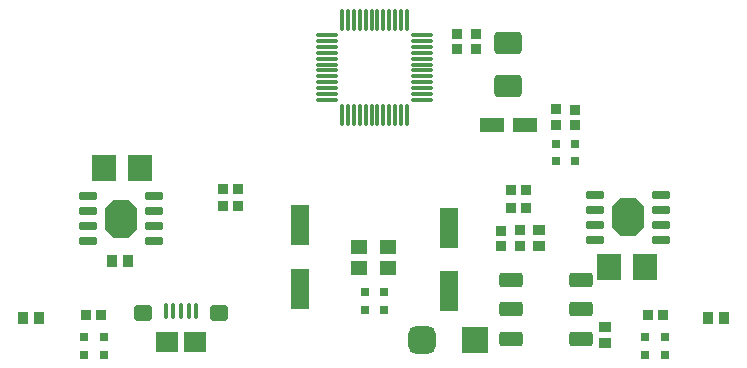
<source format=gtp>
G04 Layer_Color=8421504*
%FSLAX44Y44*%
%MOMM*%
G71*
G01*
G75*
%ADD11R,0.8500X0.9500*%
%ADD12R,0.8000X0.8000*%
G04:AMPARAMS|DCode=13|XSize=3.2mm|YSize=2.65mm|CornerRadius=0mm|HoleSize=0mm|Usage=FLASHONLY|Rotation=90.000|XOffset=0mm|YOffset=0mm|HoleType=Round|Shape=Octagon|*
%AMOCTAGOND13*
4,1,8,0.6625,1.6000,-0.6625,1.6000,-1.3250,0.9375,-1.3250,-0.9375,-0.6625,-1.6000,0.6625,-1.6000,1.3250,-0.9375,1.3250,0.9375,0.6625,1.6000,0.0*
%
%ADD13OCTAGOND13*%

G04:AMPARAMS|DCode=14|XSize=0.7mm|YSize=1.6mm|CornerRadius=0.175mm|HoleSize=0mm|Usage=FLASHONLY|Rotation=90.000|XOffset=0mm|YOffset=0mm|HoleType=Round|Shape=RoundedRectangle|*
%AMROUNDEDRECTD14*
21,1,0.7000,1.2500,0,0,90.0*
21,1,0.3500,1.6000,0,0,90.0*
1,1,0.3500,0.6250,0.1750*
1,1,0.3500,0.6250,-0.1750*
1,1,0.3500,-0.6250,-0.1750*
1,1,0.3500,-0.6250,0.1750*
%
%ADD14ROUNDEDRECTD14*%
%ADD15R,0.9000X1.0000*%
%ADD16R,1.0000X0.9000*%
G04:AMPARAMS|DCode=17|XSize=0.28mm|YSize=1.8mm|CornerRadius=0.049mm|HoleSize=0mm|Usage=FLASHONLY|Rotation=180.000|XOffset=0mm|YOffset=0mm|HoleType=Round|Shape=RoundedRectangle|*
%AMROUNDEDRECTD17*
21,1,0.2800,1.7020,0,0,180.0*
21,1,0.1820,1.8000,0,0,180.0*
1,1,0.0980,-0.0910,0.8510*
1,1,0.0980,0.0910,0.8510*
1,1,0.0980,0.0910,-0.8510*
1,1,0.0980,-0.0910,-0.8510*
%
%ADD17ROUNDEDRECTD17*%
G04:AMPARAMS|DCode=18|XSize=0.28mm|YSize=1.8mm|CornerRadius=0.049mm|HoleSize=0mm|Usage=FLASHONLY|Rotation=270.000|XOffset=0mm|YOffset=0mm|HoleType=Round|Shape=RoundedRectangle|*
%AMROUNDEDRECTD18*
21,1,0.2800,1.7020,0,0,270.0*
21,1,0.1820,1.8000,0,0,270.0*
1,1,0.0980,-0.8510,-0.0910*
1,1,0.0980,-0.8510,0.0910*
1,1,0.0980,0.8510,0.0910*
1,1,0.0980,0.8510,-0.0910*
%
%ADD18ROUNDEDRECTD18*%
%ADD19R,1.6000X3.5000*%
%ADD20R,0.9500X0.8500*%
G04:AMPARAMS|DCode=21|XSize=1.2mm|YSize=2mm|CornerRadius=0.24mm|HoleSize=0mm|Usage=FLASHONLY|Rotation=90.000|XOffset=0mm|YOffset=0mm|HoleType=Round|Shape=RoundedRectangle|*
%AMROUNDEDRECTD21*
21,1,1.2000,1.5200,0,0,90.0*
21,1,0.7200,2.0000,0,0,90.0*
1,1,0.4800,0.7600,0.3600*
1,1,0.4800,0.7600,-0.3600*
1,1,0.4800,-0.7600,-0.3600*
1,1,0.4800,-0.7600,0.3600*
%
%ADD21ROUNDEDRECTD21*%
G04:AMPARAMS|DCode=22|XSize=1.9mm|YSize=2.4mm|CornerRadius=0.38mm|HoleSize=0mm|Usage=FLASHONLY|Rotation=90.000|XOffset=0mm|YOffset=0mm|HoleType=Round|Shape=RoundedRectangle|*
%AMROUNDEDRECTD22*
21,1,1.9000,1.6400,0,0,90.0*
21,1,1.1400,2.4000,0,0,90.0*
1,1,0.7600,0.8200,0.5700*
1,1,0.7600,0.8200,-0.5700*
1,1,0.7600,-0.8200,-0.5700*
1,1,0.7600,-0.8200,0.5700*
%
%ADD22ROUNDEDRECTD22*%
G04:AMPARAMS|DCode=23|XSize=2.3mm|YSize=2.3mm|CornerRadius=0.575mm|HoleSize=0mm|Usage=FLASHONLY|Rotation=0.000|XOffset=0mm|YOffset=0mm|HoleType=Round|Shape=RoundedRectangle|*
%AMROUNDEDRECTD23*
21,1,2.3000,1.1500,0,0,0.0*
21,1,1.1500,2.3000,0,0,0.0*
1,1,1.1500,0.5750,-0.5750*
1,1,1.1500,-0.5750,-0.5750*
1,1,1.1500,-0.5750,0.5750*
1,1,1.1500,0.5750,0.5750*
%
%ADD23ROUNDEDRECTD23*%
%ADD24R,2.3000X2.3000*%
%ADD25R,1.3500X1.1500*%
%ADD26R,2.0000X1.2000*%
%ADD27R,1.9000X1.8000*%
G04:AMPARAMS|DCode=28|XSize=1.6mm|YSize=1.4mm|CornerRadius=0.35mm|HoleSize=0mm|Usage=FLASHONLY|Rotation=0.000|XOffset=0mm|YOffset=0mm|HoleType=Round|Shape=RoundedRectangle|*
%AMROUNDEDRECTD28*
21,1,1.6000,0.7000,0,0,0.0*
21,1,0.9000,1.4000,0,0,0.0*
1,1,0.7000,0.4500,-0.3500*
1,1,0.7000,-0.4500,-0.3500*
1,1,0.7000,-0.4500,0.3500*
1,1,0.7000,0.4500,0.3500*
%
%ADD28ROUNDEDRECTD28*%
%ADD29O,0.4000X1.3500*%
%ADD30R,2.0000X2.2000*%
D11*
X86500Y53250D02*
D03*
X99500D02*
D03*
X459500Y158500D02*
D03*
X446500D02*
D03*
X202500Y145000D02*
D03*
X215500D02*
D03*
X459500Y143750D02*
D03*
X446500D02*
D03*
X202500Y160000D02*
D03*
X215500D02*
D03*
X575500Y53250D02*
D03*
X562500D02*
D03*
D12*
X102000Y34500D02*
D03*
Y19500D02*
D03*
X560000Y34500D02*
D03*
Y19500D02*
D03*
X577000Y19500D02*
D03*
Y34500D02*
D03*
X84750Y19500D02*
D03*
Y34500D02*
D03*
X484500Y183000D02*
D03*
Y198000D02*
D03*
X500500Y183000D02*
D03*
Y198000D02*
D03*
X323000Y72500D02*
D03*
Y57500D02*
D03*
X339000Y72500D02*
D03*
Y57500D02*
D03*
D13*
X545750Y135750D02*
D03*
X116250Y134250D02*
D03*
D14*
X517750Y116700D02*
D03*
X573750D02*
D03*
X517750Y154800D02*
D03*
X573750D02*
D03*
X517750Y129400D02*
D03*
X573750D02*
D03*
X517750Y142100D02*
D03*
X573750D02*
D03*
X144250Y153300D02*
D03*
X88250D02*
D03*
X144250Y115200D02*
D03*
X88250D02*
D03*
X144250Y140600D02*
D03*
X88250D02*
D03*
X144250Y127900D02*
D03*
X88250D02*
D03*
D15*
X627000Y50000D02*
D03*
X613500D02*
D03*
X33500D02*
D03*
X47000D02*
D03*
X109125Y99000D02*
D03*
X122625D02*
D03*
D16*
X526000Y29250D02*
D03*
Y42750D02*
D03*
X470500Y111250D02*
D03*
Y124750D02*
D03*
D17*
X358500Y222000D02*
D03*
X353500D02*
D03*
X348500D02*
D03*
X343500D02*
D03*
X338500D02*
D03*
X333500D02*
D03*
X328500D02*
D03*
X323500D02*
D03*
X318500D02*
D03*
X313500D02*
D03*
X308500D02*
D03*
X303500D02*
D03*
Y303000D02*
D03*
X308500D02*
D03*
X313500D02*
D03*
X318500D02*
D03*
X323500D02*
D03*
X328500D02*
D03*
X333500D02*
D03*
X338500D02*
D03*
X343500D02*
D03*
X348500D02*
D03*
X353500D02*
D03*
X358500D02*
D03*
D18*
X290500Y235000D02*
D03*
Y240000D02*
D03*
Y245000D02*
D03*
Y250000D02*
D03*
Y255000D02*
D03*
Y260000D02*
D03*
Y265000D02*
D03*
Y270000D02*
D03*
Y275000D02*
D03*
Y280000D02*
D03*
Y285000D02*
D03*
Y290000D02*
D03*
X371500D02*
D03*
Y285000D02*
D03*
Y280000D02*
D03*
Y275000D02*
D03*
Y270000D02*
D03*
Y265000D02*
D03*
Y260000D02*
D03*
Y255000D02*
D03*
Y250000D02*
D03*
Y245000D02*
D03*
Y240000D02*
D03*
Y235000D02*
D03*
D19*
X268000Y75000D02*
D03*
Y129000D02*
D03*
X394000Y73000D02*
D03*
Y127000D02*
D03*
D20*
X417000Y278250D02*
D03*
Y291250D02*
D03*
X484750Y227000D02*
D03*
Y214000D02*
D03*
X500500Y226750D02*
D03*
Y213750D02*
D03*
X400500Y278000D02*
D03*
Y291000D02*
D03*
X437750Y124250D02*
D03*
Y111250D02*
D03*
X454000Y124500D02*
D03*
Y111500D02*
D03*
D21*
X447000Y33000D02*
D03*
Y58000D02*
D03*
Y83000D02*
D03*
X506000D02*
D03*
Y58000D02*
D03*
Y33000D02*
D03*
D22*
X444250Y246500D02*
D03*
Y283500D02*
D03*
D23*
X371500Y32000D02*
D03*
D24*
X416500D02*
D03*
D25*
X342250Y92750D02*
D03*
Y110250D02*
D03*
X318250Y92750D02*
D03*
Y110250D02*
D03*
D26*
X458750Y214000D02*
D03*
X430750D02*
D03*
D27*
X179250Y29750D02*
D03*
X155250D02*
D03*
D28*
X199250Y54250D02*
D03*
X135250D02*
D03*
D29*
X167250Y56500D02*
D03*
X160750D02*
D03*
X154250D02*
D03*
X180250D02*
D03*
X173750D02*
D03*
D30*
X102125Y177000D02*
D03*
X132125D02*
D03*
X559875Y93500D02*
D03*
X529875D02*
D03*
M02*

</source>
